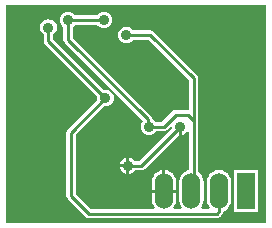
<source format=gbl>
G04*
G04 #@! TF.GenerationSoftware,Altium Limited,Altium Designer,20.1.14 (287)*
G04*
G04 Layer_Physical_Order=2*
G04 Layer_Color=16711680*
%FSLAX25Y25*%
%MOIN*%
G70*
G04*
G04 #@! TF.SameCoordinates,CC44B269-2998-40F0-A8BF-F6E1C517B7F2*
G04*
G04*
G04 #@! TF.FilePolarity,Positive*
G04*
G01*
G75*
%ADD37C,0.01000*%
%ADD38R,0.06000X0.12000*%
%ADD39O,0.06000X0.12000*%
%ADD40C,0.03500*%
G36*
X299500Y458500D02*
X299500Y386000D01*
X213000Y386000D01*
X213000Y458500D01*
X299500Y458500D01*
D02*
G37*
%LPC*%
G36*
X245500Y456274D02*
X244782Y456179D01*
X244113Y455902D01*
X243539Y455461D01*
X243207Y455029D01*
X235793D01*
X235461Y455461D01*
X234887Y455902D01*
X234218Y456179D01*
X233500Y456274D01*
X232782Y456179D01*
X232113Y455902D01*
X231539Y455461D01*
X231098Y454887D01*
X230821Y454218D01*
X230726Y453500D01*
X230821Y452782D01*
X231098Y452113D01*
X231539Y451539D01*
X231971Y451207D01*
Y447000D01*
X232087Y446415D01*
X232419Y445919D01*
X258468Y419869D01*
X258098Y419387D01*
X257821Y418718D01*
X257726Y418000D01*
X257821Y417282D01*
X258098Y416613D01*
X258539Y416039D01*
X259113Y415598D01*
X259782Y415321D01*
X260500Y415226D01*
X261218Y415321D01*
X261887Y415598D01*
X262461Y416039D01*
X262793Y416471D01*
X265343D01*
X265928Y416587D01*
X266425Y416919D01*
X267755Y418249D01*
X268228Y418015D01*
X268226Y418000D01*
X268297Y417460D01*
X257366Y406529D01*
X255793D01*
X255461Y406961D01*
X254887Y407402D01*
X254218Y407679D01*
X254000Y407708D01*
Y405000D01*
Y402292D01*
X254218Y402321D01*
X254887Y402598D01*
X255461Y403039D01*
X255793Y403471D01*
X258000D01*
X258585Y403587D01*
X259081Y403919D01*
X270460Y415297D01*
X270500Y415292D01*
Y418000D01*
X271500D01*
Y415292D01*
X271718Y415321D01*
X272387Y415598D01*
X272961Y416039D01*
X273371Y416572D01*
X273427Y416573D01*
X273871Y416237D01*
Y403430D01*
X273622Y403397D01*
X272649Y402994D01*
X271814Y402353D01*
X271173Y401517D01*
X270770Y400544D01*
X270632Y399500D01*
Y393500D01*
X270770Y392456D01*
X271173Y391483D01*
X271520Y391029D01*
X271274Y390529D01*
X268893D01*
X268646Y391029D01*
X268994Y391483D01*
X269397Y392456D01*
X269534Y393500D01*
Y396000D01*
X265500D01*
X261466D01*
Y393500D01*
X261603Y392456D01*
X262006Y391483D01*
X262354Y391029D01*
X262107Y390529D01*
X241133D01*
X236029Y395634D01*
Y415367D01*
X245460Y424797D01*
X246000Y424726D01*
X246718Y424821D01*
X247387Y425098D01*
X247961Y425539D01*
X248402Y426113D01*
X248679Y426782D01*
X248774Y427500D01*
X248679Y428218D01*
X248402Y428887D01*
X247961Y429461D01*
X247387Y429902D01*
X246718Y430179D01*
X246000Y430274D01*
X245460Y430203D01*
X228529Y447133D01*
Y448707D01*
X228961Y449039D01*
X229402Y449613D01*
X229679Y450282D01*
X229774Y451000D01*
X229679Y451718D01*
X229402Y452387D01*
X228961Y452961D01*
X228387Y453402D01*
X227718Y453679D01*
X227000Y453774D01*
X226282Y453679D01*
X225613Y453402D01*
X225039Y452961D01*
X224598Y452387D01*
X224321Y451718D01*
X224226Y451000D01*
X224321Y450282D01*
X224598Y449613D01*
X225039Y449039D01*
X225471Y448707D01*
Y446500D01*
X225587Y445915D01*
X225919Y445419D01*
X243297Y428040D01*
X243226Y427500D01*
X243297Y426960D01*
X233419Y417081D01*
X233087Y416585D01*
X232971Y416000D01*
Y395000D01*
X233087Y394415D01*
X233419Y393919D01*
X239419Y387919D01*
X239915Y387587D01*
X240500Y387471D01*
X283033D01*
X283619Y387587D01*
X284115Y387919D01*
X284539Y388342D01*
X284915Y388719D01*
X285246Y389215D01*
X285363Y389800D01*
Y389804D01*
X285851Y390006D01*
X286686Y390647D01*
X287327Y391483D01*
X287731Y392456D01*
X287868Y393500D01*
Y399500D01*
X287731Y400544D01*
X287327Y401517D01*
X286686Y402353D01*
X285851Y402994D01*
X284878Y403397D01*
X283833Y403535D01*
X282789Y403397D01*
X281816Y402994D01*
X280981Y402353D01*
X280339Y401517D01*
X279936Y400544D01*
X279799Y399500D01*
Y393500D01*
X279936Y392456D01*
X280339Y391483D01*
X280687Y391029D01*
X280441Y390529D01*
X278059D01*
X277813Y391029D01*
X278161Y391483D01*
X278564Y392456D01*
X278701Y393500D01*
Y399500D01*
X278564Y400544D01*
X278161Y401517D01*
X277519Y402353D01*
X276929Y402806D01*
Y413864D01*
Y420000D01*
Y434100D01*
X276813Y434685D01*
X276481Y435181D01*
X262081Y449581D01*
X261585Y449913D01*
X261000Y450029D01*
X255293D01*
X254961Y450461D01*
X254387Y450902D01*
X253718Y451179D01*
X253281Y451237D01*
D01*
X253000Y451274D01*
X252282Y451179D01*
X251613Y450902D01*
X251039Y450461D01*
X250598Y449887D01*
X250321Y449218D01*
X250226Y448500D01*
X250321Y447782D01*
X250598Y447113D01*
X251039Y446539D01*
X251613Y446098D01*
X252282Y445821D01*
X253000Y445726D01*
X253718Y445821D01*
X254387Y446098D01*
X254961Y446539D01*
X255293Y446971D01*
X260367D01*
X273871Y433466D01*
Y423830D01*
X273484Y423513D01*
X273400Y423529D01*
X269343D01*
X268758Y423413D01*
X268262Y423081D01*
X264710Y419529D01*
X262793D01*
X262461Y419961D01*
X261887Y420402D01*
X261537Y420547D01*
X261435Y421064D01*
X261103Y421560D01*
X235029Y447634D01*
Y451207D01*
X235461Y451539D01*
X235793Y451971D01*
X243207D01*
X243539Y451539D01*
X244113Y451098D01*
X244782Y450821D01*
X245500Y450726D01*
X246218Y450821D01*
X246887Y451098D01*
X247461Y451539D01*
X247902Y452113D01*
X248179Y452782D01*
X248274Y453500D01*
X248179Y454218D01*
X247902Y454887D01*
X247461Y455461D01*
X246887Y455902D01*
X246218Y456179D01*
X245500Y456274D01*
D02*
G37*
G36*
X253000Y407708D02*
X252782Y407679D01*
X252113Y407402D01*
X251539Y406961D01*
X251098Y406387D01*
X250821Y405718D01*
X250792Y405500D01*
X253000D01*
Y407708D01*
D02*
G37*
G36*
Y404500D02*
X250792D01*
X250821Y404282D01*
X251098Y403613D01*
X251539Y403039D01*
X252113Y402598D01*
X252782Y402321D01*
X253000Y402292D01*
Y404500D01*
D02*
G37*
G36*
X266000Y403469D02*
Y397000D01*
X269534D01*
Y399500D01*
X269397Y400544D01*
X268994Y401517D01*
X268353Y402353D01*
X267517Y402994D01*
X266544Y403397D01*
X266000Y403469D01*
D02*
G37*
G36*
X265000D02*
X264456Y403397D01*
X263483Y402994D01*
X262647Y402353D01*
X262006Y401517D01*
X261603Y400544D01*
X261466Y399500D01*
Y397000D01*
X265000D01*
Y403469D01*
D02*
G37*
G36*
X297000Y403500D02*
X289000D01*
Y389500D01*
X297000D01*
Y403500D01*
D02*
G37*
%LPD*%
D37*
X227000Y446500D02*
X246000Y427500D01*
X246000D01*
X227000Y446500D02*
Y451000D01*
X234500Y416000D02*
X246000Y427500D01*
X234500Y395000D02*
Y416000D01*
Y395000D02*
X240500Y389000D01*
X233500Y447000D02*
X260022Y420478D01*
X233500Y447000D02*
Y453500D01*
X245500D01*
X253000Y448500D02*
X261000D01*
X275400Y434100D01*
Y420000D02*
Y434100D01*
X260022Y418478D02*
Y420478D01*
Y418478D02*
X260500Y418000D01*
X258000Y405000D02*
X271000Y418000D01*
X253500Y405000D02*
X258000D01*
X265343Y418000D02*
X269343Y422000D01*
X260500Y418000D02*
X265343D01*
X269343Y422000D02*
X273400D01*
X275400Y420000D01*
Y399500D02*
Y420000D01*
X240500Y389000D02*
X283033D01*
X283833Y389800D02*
Y396500D01*
X283033Y389000D02*
X283833Y389800D01*
X274667Y399500D02*
X275400D01*
X274667Y396500D02*
Y399500D01*
D38*
X293000Y396500D02*
D03*
D39*
X265500D02*
D03*
X283833D02*
D03*
X274667D02*
D03*
D40*
X246000Y427500D02*
D03*
X227000Y451000D02*
D03*
X233500Y453500D02*
D03*
X245500D02*
D03*
X253000Y448500D02*
D03*
X253500Y405000D02*
D03*
X271000Y418000D02*
D03*
X260500D02*
D03*
M02*

</source>
